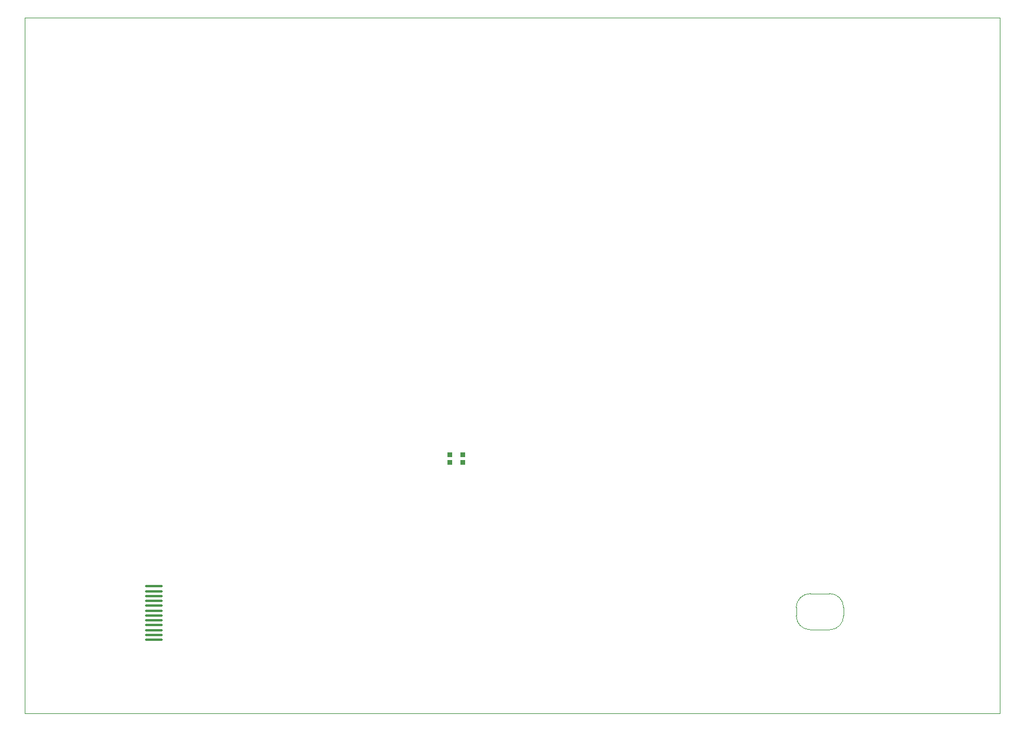
<source format=gbr>
%TF.GenerationSoftware,KiCad,Pcbnew,8.0.1*%
%TF.CreationDate,2024-04-21T01:25:57+02:00*%
%TF.ProjectId,EKO_MyMiner,454b4f5f-4d79-44d6-996e-65722e6b6963,rev?*%
%TF.SameCoordinates,Original*%
%TF.FileFunction,Paste,Bot*%
%TF.FilePolarity,Positive*%
%FSLAX46Y46*%
G04 Gerber Fmt 4.6, Leading zero omitted, Abs format (unit mm)*
G04 Created by KiCad (PCBNEW 8.0.1) date 2024-04-21 01:25:57*
%MOMM*%
%LPD*%
G01*
G04 APERTURE LIST*
G04 Aperture macros list*
%AMRoundRect*
0 Rectangle with rounded corners*
0 $1 Rounding radius*
0 $2 $3 $4 $5 $6 $7 $8 $9 X,Y pos of 4 corners*
0 Add a 4 corners polygon primitive as box body*
4,1,4,$2,$3,$4,$5,$6,$7,$8,$9,$2,$3,0*
0 Add four circle primitives for the rounded corners*
1,1,$1+$1,$2,$3*
1,1,$1+$1,$4,$5*
1,1,$1+$1,$6,$7*
1,1,$1+$1,$8,$9*
0 Add four rect primitives between the rounded corners*
20,1,$1+$1,$2,$3,$4,$5,0*
20,1,$1+$1,$4,$5,$6,$7,0*
20,1,$1+$1,$6,$7,$8,$9,0*
20,1,$1+$1,$8,$9,$2,$3,0*%
G04 Aperture macros list end*
%ADD10RoundRect,0.087500X1.162500X0.087500X-1.162500X0.087500X-1.162500X-0.087500X1.162500X-0.087500X0*%
%ADD11R,0.700000X0.700000*%
%TA.AperFunction,Profile*%
%ADD12C,0.100000*%
%TD*%
G04 APERTURE END LIST*
D10*
%TO.C,J9*%
X96782000Y-121882000D03*
X96782000Y-122582000D03*
X96782000Y-123282000D03*
X96782000Y-123982000D03*
X96782000Y-124682000D03*
X96782000Y-125382000D03*
X96782000Y-126082000D03*
X96782000Y-126782000D03*
X96782000Y-127482000D03*
X96782000Y-128182000D03*
X96782000Y-128882000D03*
X96782000Y-129582000D03*
%TD*%
D11*
%TO.C,D1*%
X139317000Y-104082000D03*
X139317000Y-102982000D03*
X141147000Y-102982000D03*
X141147000Y-104082000D03*
%TD*%
D12*
X195832000Y-124932000D02*
X195832000Y-126132000D01*
X195832000Y-126132000D02*
G75*
G02*
X193832000Y-128132000I-2000000J0D01*
G01*
X191032000Y-128132000D02*
G75*
G02*
X189032000Y-126132000I0J2000000D01*
G01*
X189032000Y-124932000D02*
G75*
G02*
X191032000Y-122932000I2000000J0D01*
G01*
X193832000Y-122932000D02*
G75*
G02*
X195832000Y-124932000I0J-2000000D01*
G01*
X193832000Y-128132000D02*
X191032000Y-128132000D01*
X191032000Y-122932000D02*
X193832000Y-122932000D01*
X189032000Y-126132000D02*
X189032000Y-124932000D01*
X78232000Y-40132000D02*
X218232000Y-40132000D01*
X218232000Y-140132000D01*
X78232000Y-140132000D01*
X78232000Y-40132000D01*
M02*

</source>
